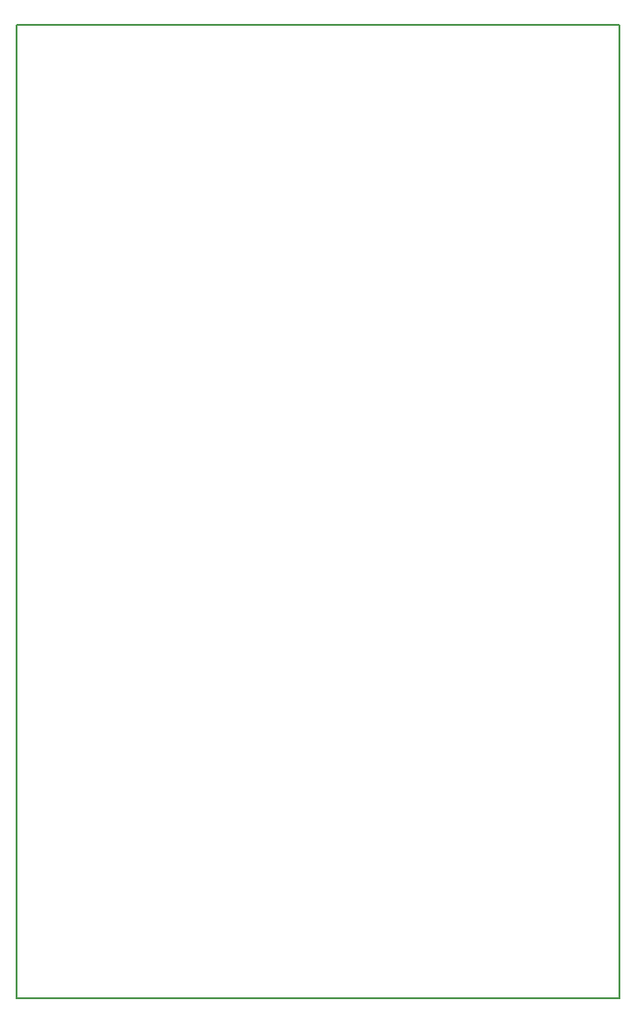
<source format=gbr>
%TF.GenerationSoftware,KiCad,Pcbnew,8.0.3-unknown-1000.20240606gitb882def.fc40*%
%TF.CreationDate,2024-06-07T20:27:57+10:00*%
%TF.ProjectId,l8-kicad,6c382d6b-6963-4616-942e-6b696361645f,1.00*%
%TF.SameCoordinates,Original*%
%TF.FileFunction,Profile,NP*%
%FSLAX46Y46*%
G04 Gerber Fmt 4.6, Leading zero omitted, Abs format (unit mm)*
G04 Created by KiCad (PCBNEW 8.0.3-unknown-1000.20240606gitb882def.fc40) date 2024-06-07 20:27:57*
%MOMM*%
%LPD*%
G01*
G04 APERTURE LIST*
%TA.AperFunction,Profile*%
%ADD10C,0.200000*%
%TD*%
G04 APERTURE END LIST*
D10*
X100000000Y-100000000D02*
X155500000Y-100000000D01*
X155500000Y-189500000D01*
X100000000Y-189500000D01*
X100000000Y-100000000D01*
M02*

</source>
